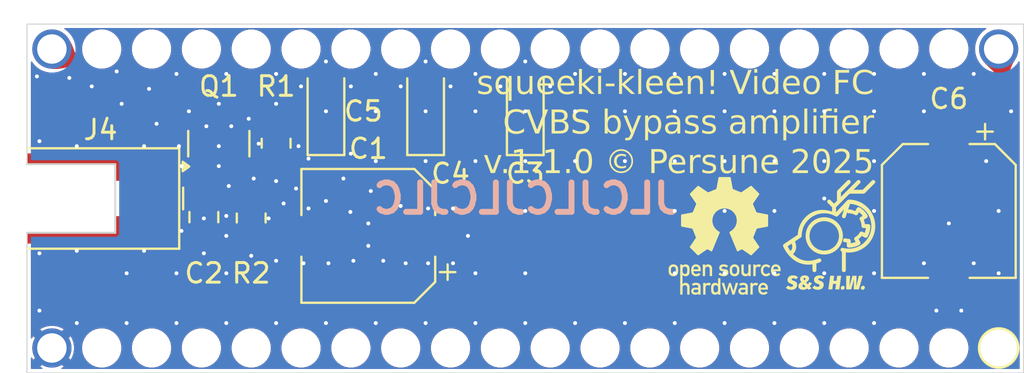
<source format=kicad_pcb>
(kicad_pcb (version 20241229) (generator "pcbnew") (generator_version "9.0")
  (title_block (title "squeeki-kleen! Video FC") (date "2025-02-23") (rev "1.1.0") (company "Persune") (comment 1 "Schematics based on https://www.nesdev.org/wiki/PPU_pinout#Composite_Video_Output") (comment 2 "Use twisted pair or shielded cable when connecting PCB output to RCA jack!") (comment 3 "Add additional decoupling capacitors of different values in C3 and C4 if needed."))
  (layers (0 "F.Cu" mixed) (2 "B.Cu" power) (13 "F.Paste" user) (15 "B.Paste" user) (5 "F.SilkS" user "F.Silkscreen") (7 "B.SilkS" user "B.Silkscreen") (1 "F.Mask" user) (3 "B.Mask" user) (25 "Edge.Cuts" user))
  (net 0 "")
  (net 1 "GND")
  (net 2 "VCC")
  (net 3 "Net-(Q1-E)")
  (net 4 "Net-(C1-Pad2)")
  (net 5 "/CVBS")
  (net 6 "/P21_VOUT")
  (footprint "Resistor_SMD:R_0805_2012Metric" (layer "F.Cu") (at 51.435 32.7425 90)
    (property "Reference" "R1" (at 2.8975 0 180) (layer "F.SilkS"))
    (property "Value" "300")
    (pad "1" smd roundrect (at -0.9125 0 90) (size 1.025 1.4) (layers "F.Cu" "F.Mask" "F.Paste") (roundrect_rratio 0.243902) (net 3 "Net-(Q1-E)"))
    (pad "2" smd roundrect (at 0.9125 0 90) (size 1.025 1.4) (layers "F.Cu" "F.Mask" "F.Paste") (roundrect_rratio 0.243902) (net 2 "VCC"))
  )
  (footprint "" (layer "F.Cu") (at 80.645 27.94)
    (property "Reference" "" (at 0 0 0) (layer "F.SilkS") (effects (font (size 1.27 1.27))))
    (property "Value" "")
    (pad "" np_thru_hole circle (at 0 0) (size 0.8 0.8) (drill 1.5) (layers "*.Cu" "*.Mask"))
  )
  (footprint "custom footprints:qr" (layer "F.Cu") (at 67.945 37.465)
    (property "Reference" "svg2mod" (hide yes))
    (property "Value" "G***" (hide yes))
    (fp_poly (pts (xy -1.900338 -0.836149) (xy -2.204392 -0.836149) (xy -2.204392 -0.988176) (xy -1.900338 -0.988176) (xy -1.900338 -0.836149)) (fill yes) (layer "F.Cu"))
    (fp_poly (pts (xy -1.748311 -0.076014) (xy -1.900338 -0.076014) (xy -1.900338 -0.380068) (xy -1.748311 -0.380068) (xy -1.748311 -0.076014)) (fill yes) (layer "F.Cu"))
    (fp_poly (pts (xy -1.596284 0.684122) (xy -1.748311 0.684122) (xy -1.748311 0.532095) (xy -1.596284 0.532095) (xy -1.596284 0.684122)) (fill yes) (layer "F.Cu"))
    (fp_poly (pts (xy -1.444257 -1.444257) (xy -1.900338 -1.444257) (xy -1.900338 -1.900338) (xy -1.444257 -1.900338) (xy -1.444257 -1.444257)) (fill yes) (layer "F.Cu"))
    (fp_poly (pts (xy -1.444257 -0.836149) (xy -1.748311 -0.836149) (xy -1.748311 -0.988176) (xy -1.444257 -0.988176) (xy -1.444257 -0.836149)) (fill yes) (layer "F.Cu"))
    (fp_poly (pts (xy -1.444257 -0.532095) (xy -1.748311 -0.532095) (xy -1.748311 -0.684122) (xy -1.444257 -0.684122) (xy -1.444257 -0.532095)) (fill yes) (layer "F.Cu"))
    (fp_poly (pts (xy -1.444257 1.900338) (xy -1.900338 1.900338) (xy -1.900338 1.444257) (xy -1.444257 1.444257) (xy -1.444257 1.900338)) (fill yes) (layer "F.Cu"))
    (fp_poly (pts (xy -1.29223 0.532095) (xy -1.444257 0.532095) (xy -1.444257 0.380068) (xy -1.29223 0.380068) (xy -1.29223 0.532095)) (fill yes) (layer "F.Cu"))
    (fp_poly (pts (xy -1.140203 -0.836149) (xy -1.29223 -0.836149) (xy -1.29223 -0.988176) (xy -1.140203 -0.988176) (xy -1.140203 -0.836149)) (fill yes) (layer "F.Cu"))
    (fp_poly (pts (xy -1.140203 0.380068) (xy -1.29223 0.380068) (xy -1.29223 0.228041) (xy -1.140203 0.228041) (xy -1.140203 0.380068)) (fill yes) (layer "F.Cu"))
    (fp_poly (pts (xy -1.140203 0.684122) (xy -1.29223 0.684122) (xy -1.29223 0.532095) (xy -1.140203 0.532095) (xy -1.140203 0.684122)) (fill yes) (layer "F.Cu"))
    (fp_poly (pts (xy -0.836149 -2.052365) (xy -0.988176 -2.052365) (xy -0.988176 -2.204392) (xy -0.836149 -2.204392) (xy -0.836149 -2.052365)) (fill yes) (layer "F.Cu"))
    (fp_poly (pts (xy -0.836149 -0.988176) (xy -0.988176 -0.988176) (xy -0.988176 -1.29223) (xy -0.836149 -1.29223) (xy -0.836149 -0.988176)) (fill yes) (layer "F.Cu"))
    (fp_poly (pts (xy -0.836149 2.204392) (xy -0.988176 2.204392) (xy -0.988176 1.900338) (xy -0.836149 1.900338) (xy -0.836149 2.204392)) (fill yes) (layer "F.Cu"))
    (fp_poly (pts (xy -0.684122 -1.748311) (xy -0.836149 -1.748311) (xy -0.836149 -1.900338) (xy -0.684122 -1.900338) (xy -0.684122 -1.748311)) (fill yes) (layer "F.Cu"))
    (fp_poly (pts (xy -0.684122 -1.29223) (xy -0.836149 -1.29223) (xy -0.836149 -1.596284) (xy -0.684122 -1.596284) (xy -0.684122 -1.29223)) (fill yes) (layer "F.Cu"))
    (fp_poly (pts (xy -0.684122 -0.836149) (xy -0.836149 -0.836149) (xy -0.836149 -0.988176) (xy -0.684122 -0.988176) (xy -0.684122 -0.836149)) (fill yes) (layer "F.Cu"))
    (fp_poly (pts (xy -0.684122 1.900338) (xy -0.836149 1.900338) (xy -0.836149 1.748311) (xy -0.684122 1.748311) (xy -0.684122 1.900338)) (fill yes) (layer "F.Cu"))
    (fp_poly (pts (xy -0.532095 -1.900338) (xy -0.684122 -1.900338) (xy -0.684122 -2.204392) (xy -0.532095 -2.204392) (xy -0.532095 -1.900338)) (fill yes) (layer "F.Cu"))
    (fp_poly (pts (xy -0.532095 -1.140203) (xy -0.684122 -1.140203) (xy -0.684122 -1.29223) (xy -0.532095 -1.29223) (xy -0.532095 -1.140203)) (fill yes) (layer "F.Cu"))
    (fp_poly (pts (xy -0.532095 1.140203) (xy -0.684122 1.140203) (xy -0.684122 0.988176) (xy -0.532095 0.988176) (xy -0.532095 1.140203)) (fill yes) (layer "F.Cu"))
    (fp_poly (pts (xy -0.532095 2.204392) (xy -0.684122 2.204392) (xy -0.684122 2.052365) (xy -0.532095 2.052365) (xy -0.532095 2.204392)) (fill yes) (layer "F.Cu"))
    (fp_poly (pts (xy -0.380068 -1.29223) (xy -0.532095 -1.29223) (xy -0.532095 -1.444257) (xy -0.380068 -1.444257) (xy -0.380068 -1.29223)) (fill yes) (layer "F.Cu"))
    (fp_poly (pts (xy -0.380068 2.052365) (xy -0.532095 2.052365) (xy -0.532095 1.900338) (xy -0.380068 1.900338) (xy -0.380068 2.052365)) (fill yes) (layer "F.Cu"))
    (fp_poly (pts (xy -0.228041 -2.052365) (xy -0.380068 -2.052365) (xy -0.380068 -2.204392) (xy -0.228041 -2.204392) (xy -0.228041 -2.052365)) (fill yes) (layer "F.Cu"))
    (fp_poly (pts (xy -0.228041 -1.140203) (xy -0.380068 -1.140203) (xy -0.380068 -1.29223) (xy -0.228041 -1.29223) (xy -0.228041 -1.140203)) (fill yes) (layer "F.Cu"))
    (fp_poly (pts (xy -0.228041 -0.836149) (xy -0.380068 -0.836149) (xy -0.380068 -0.988176) (xy -0.228041 -0.988176) (xy -0.228041 -0.836149)) (fill yes) (layer "F.Cu"))
    (fp_poly (pts (xy -0.076014 -0.988176) (xy -0.228041 -0.988176) (xy -0.228041 -1.140203) (xy -0.076014 -1.140203) (xy -0.076014 -0.988176)) (fill yes) (layer "F.Cu"))
    (fp_poly (pts (xy -0.076014 2.204392) (xy -0.380068 2.204392) (xy -0.380068 2.052365) (xy -0.076014 2.052365) (xy -0.076014 2.204392)) (fill yes) (layer "F.Cu"))
    (fp_poly (pts (xy 0.076014 -1.140203) (xy -0.076014 -1.140203) (xy -0.076014 -1.29223) (xy 0.076014 -1.29223) (xy 0.076014 -1.140203)) (fill yes) (layer "F.Cu"))
    (fp_poly (pts (xy 0.076014 -0.380068) (xy -0.076014 -0.380068) (xy -0.076014 -0.532095) (xy 0.076014 -0.532095) (xy 0.076014 -0.380068)) (fill yes) (layer "F.Cu"))
    (fp_poly (pts (xy 0.380068 1.596284) (xy 0.228041 1.596284) (xy 0.228041 1.444257) (xy 0.380068 1.444257) (xy 0.380068 1.596284)) (fill yes) (layer "F.Cu"))
    (fp_poly (pts (xy 0.380068 2.204392) (xy 0.076014 2.204392) (xy 0.076014 2.052365) (xy 0.380068 2.052365) (xy 0.380068 2.204392)) (fill yes) (layer "F.Cu"))
    (fp_poly (pts (xy 0.532095 0.532095) (xy 0.380068 0.532095) (xy 0.380068 0.380068) (xy 0.532095 0.380068) (xy 0.532095 0.532095)) (fill yes) (layer "F.Cu"))
    (fp_poly (pts (xy 0.684122 1.900338) (xy 0.532095 1.900338) (xy 0.532095 1.748311) (xy 0.684122 1.748311) (xy 0.684122 1.900338)) (fill yes) (layer "F.Cu"))
    (fp_poly (pts (xy 0.988176 -1.140203) (xy 0.836149 -1.140203) (xy 0.836149 -1.444257) (xy 0.988176 -1.444257) (xy 0.988176 -1.140203)) (fill yes) (layer "F.Cu"))
    (fp_poly (pts (xy 0.988176 2.204392) (xy 0.532095 2.204392) (xy 0.532095 2.052365) (xy 0.988176 2.052365) (xy 0.988176 2.204392)) (fill yes) (layer "F.Cu"))
    (fp_poly (pts (xy 1.140203 -0.684122) (xy 0.988176 -0.684122) (xy 0.988176 -0.836149) (xy 1.140203 -0.836149) (xy 1.140203 -0.684122)) (fill yes) (layer "F.Cu"))
    (fp_poly (pts (xy 1.29223 -0.836149) (xy 1.140203 -0.836149) (xy 1.140203 -0.988176) (xy 1.29223 -0.988176) (xy 1.29223 -0.836149)) (fill yes) (layer "F.Cu"))
    (fp_poly (pts (xy 1.29223 1.29223) (xy 1.140203 1.29223) (xy 1.140203 1.140203) (xy 1.29223 1.140203) (xy 1.29223 1.29223)) (fill yes) (layer "F.Cu"))
    (fp_poly (pts (xy 1.596284 2.204392) (xy 1.444257 2.204392) (xy 1.444257 2.052365) (xy 1.596284 2.052365) (xy 1.596284 2.204392)) (fill yes) (layer "F.Cu"))
    (fp_poly (pts (xy 1.748311 -0.380068) (xy 1.596284 -0.380068) (xy 1.596284 -0.532095) (xy 1.748311 -0.532095) (xy 1.748311 -0.380068)) (fill yes) (layer "F.Cu"))
    (fp_poly (pts (xy 1.748311 0.380068) (xy 1.596284 0.380068) (xy 1.596284 0.228041) (xy 1.748311 0.228041) (xy 1.748311 0.380068)) (fill yes) (layer "F.Cu"))
    (fp_poly (pts (xy 1.900338 -1.444257) (xy 1.444257 -1.444257) (xy 1.444257 -1.900338) (xy 1.900338 -1.900338) (xy 1.900338 -1.444257)) (fill yes) (layer "F.Cu"))
    (fp_poly (pts (xy 2.052365 0.532095) (xy 1.748311 0.532095) (xy 1.748311 0.380068) (xy 2.052365 0.380068) (xy 2.052365 0.532095)) (fill yes) (layer "F.Cu"))
    (fp_poly (pts (xy 2.204392 -0.836149) (xy 2.052365 -0.836149) (xy 2.052365 -0.988176) (xy 2.204392 -0.988176) (xy 2.204392 -0.836149)) (fill yes) (layer "F.Cu"))
    (fp_poly (pts (xy 2.204392 0.684122) (xy 2.052365 0.684122) (xy 2.052365 0.532095) (xy 2.204392 0.532095) (xy 2.204392 0.684122)) (fill yes) (layer "F.Cu"))
    (fp_poly (pts (xy -2.052365 -0.380068) (xy -2.204392 -0.380068) (xy -2.204392 -0.684122) (xy -1.900338 -0.684122) (xy -1.900338 -0.532095) (xy -2.052365 -0.532095) (xy -2.052365 -0.380068)) (fill yes) (layer "F.Cu"))
    (fp_poly (pts (xy 1.900338 -0.532095) (xy 1.748311 -0.532095) (xy 1.748311 -0.836149) (xy 2.052365 -0.836149) (xy 2.052365 -0.684122) (xy 1.900338 -0.684122) (xy 1.900338 -0.532095)) (fill yes) (layer "F.Cu"))
    (fp_poly (pts (xy -0.836149 1.140203) (xy -0.988176 1.140203) (xy -0.988176 0.988176) (xy -1.748311 0.988176) (xy -1.748311 0.836149) (xy -1.140203 0.836149) (xy -1.140203 0.684122) (xy -0.988176 0.684122) (xy -0.988176 0.836149) (xy -0.836149 0.836149) (xy -0.836149 1.140203)) (fill yes) (layer "F.Cu"))
    (fp_poly (pts (xy 0.228041 1.900338) (xy -0.380068 1.900338) (xy -0.380068 1.748311) (xy -0.684122 1.748311) (xy -0.684122 1.596284) (xy -0.380068 1.596284) (xy -0.380068 1.444257) (xy -0.228041 1.444257) (xy -0.228041 1.596284) (xy 0.228041 1.596284) (xy 0.228041 1.900338)) (fill yes) (layer "F.Cu"))
    (fp_poly (pts (xy 1.29223 2.204392) (xy 1.140203 2.204392) (xy 1.140203 1.900338) (xy 1.29223 1.900338) (xy 1.29223 1.748311) (xy 1.596284 1.748311) (xy 1.596284 1.900338) (xy 1.444257 1.900338) (xy 1.444257 2.052365) (xy 1.29223 2.052365) (xy 1.29223 2.204392)) (fill yes) (layer "F.Cu"))
    (fp_poly (pts (xy -1.140203 -1.140203) (xy -1.29223 -1.140203) (xy -1.29223 -1.29223) (xy -1.29223 -2.052365) (xy -2.052365 -2.052365) (xy -2.052365 -1.29223) (xy -1.29223 -1.29223) (xy -1.29223 -1.140203) (xy -2.204392 -1.140203) (xy -2.204392 -2.204392) (xy -1.140203 -2.204392) (xy -1.140203 -1.140203)) (fill yes) (layer "F.Cu"))
    (fp_poly (pts (xy -1.140203 2.204392) (xy -1.29223 2.204392) (xy -1.29223 2.052365) (xy -1.29223 1.29223) (xy -2.052365 1.29223) (xy -2.052365 2.052365) (xy -1.29223 2.052365) (xy -1.29223 2.204392) (xy -2.204392 2.204392) (xy -2.204392 1.140203) (xy -1.140203 1.140203) (xy -1.140203 2.204392)) (fill yes) (layer "F.Cu"))
    (fp_poly (pts (xy 2.204392 -1.140203) (xy 2.052365 -1.140203) (xy 2.052365 -1.29223) (xy 2.052365 -2.052365) (xy 1.29223 -2.052365) (xy 1.29223 -1.29223) (xy 2.052365 -1.29223) (xy 2.052365 -1.140203) (xy 1.140203 -1.140203) (xy 1.140203 -2.204392) (xy 2.204392 -2.204392) (xy 2.204392 -1.140203)) (fill yes) (layer "F.Cu"))
    (fp_poly (pts (xy -0.836149 1.748311) (xy -0.988176 1.748311) (xy -0.988176 1.444257) (xy -0.836149 1.444257) (xy -0.836149 1.29223) (xy -0.532095 1.29223) (xy -0.532095 1.140203) (xy -0.380068 1.140203) (xy -0.380068 1.444257) (xy -0.684122 1.444257) (xy -0.684122 1.596284) (xy -0.836149 1.596284) (xy -0.836149 1.748311)) (fill yes) (layer "F.Cu"))
    (fp_poly (pts (xy -1.900338 0.988176) (xy -2.204392 0.988176) (xy -2.204392 0.380068) (xy -1.900338 0.380068) (xy -1.900338 0.228041) (xy -2.052365 0.228041) (xy -2.052365 -0.076014) (xy -1.900338 -0.076014) (xy -1.900338 0.076013) (xy -1.748311 0.076013) (xy -1.748311 0.228041) (xy -1.444257 0.228041) (xy -1.444257 0.380068) (xy -1.748311 0.380068) (xy -1.748311 0.532095) (xy -1.900338 0.532095) (xy -1.900338 0.988176)) (fill yes) (layer "F.Cu"))
    (fp_poly (pts (xy 2.204392 2.052365) (xy 2.052365 2.052365) (xy 2.052365 1.900338) (xy 1.900338 1.900338) (xy 1.900338 2.052365) (xy 1.596284 2.052365) (xy 1.596284 1.900338) (xy 1.748311 1.900338) (xy 1.748311 1.748311) (xy 1.900338 1.748311) (xy 1.900338 1.596284) (xy 2.052365 1.596284) (xy 2.052365 1.444257) (xy 1.900338 1.444257) (xy 1.900338 1.29223) (xy 2.204392 1.29223) (xy 2.204392 2.052365)) (fill yes) (layer "F.Cu"))
    (fp_poly (pts (xy -0.380068 -0.076014) (xy -0.532095 -0.076014) (xy -0.532095 -0.228041) (xy -0.836149 -0.228041) (xy -0.836149 -0.380068) (xy -0.532095 -0.380068) (xy -0.532095 -0.684122) (xy -0.684122 -0.684122) (xy -0.684122 -0.836149) (xy -0.380068 -0.836149) (xy -0.380068 -0.684122) (xy -0.228041 -0.684122) (xy -0.228041 -0.532095) (xy -0.380068 -0.532095) (xy -0.380068 -0.380068) (xy -0.228041 -0.380068) (xy -0.228041 -0.228041) (xy -0.380068 -0.228041) (xy -0.380068 -0.076014)) (fill yes) (layer "F.Cu"))
    (fp_poly (pts (xy 0.076014 -1.444257) (xy -0.228041 -1.444257) (xy -0.228041 -1.596284) (xy -0.532095 -1.596284) (xy -0.532095 -1.900338) (xy -0.380068 -1.900338) (xy -0.380068 -1.748311) (xy -0.228041 -1.748311) (xy -0.228041 -1.900338) (xy -0.076014 -1.900338) (xy -0.076014 -2.204392) (xy 0.076014 -2.204392) (xy 0.076014 -1.900338) (xy 0.228041 -1.900338) (xy 0.228041 -1.748311) (xy -0.076014 -1.748311) (xy -0.076014 -1.596284) (xy 0.076014 -1.596284) (xy 0.076014 -1.444257)) (fill yes) (layer "F.Cu"))
    (fp_poly (pts (xy 0.684122 -1.140203) (xy 0.532095 -1.140203) (xy 0.532095 -1.29223) (xy 0.380068 -1.29223) (xy 0.380068 -1.444257) (xy 0.228041 -1.444257) (xy 0.228041 -1.748311) (xy 0.532095 -1.748311) (xy 0.532095 -1.596284) (xy 0.684122 -1.596284) (xy 0.684122 -1.748311) (xy 0.532095 -1.748311) (xy 0.532095 -1.900338) (xy 0.228041 -1.900338) (xy 0.228041 -2.052365) (xy 0.380068 -2.052365) (xy 0.380068 -2.204392) (xy 0.684122 -2.204392) (xy 0.684122 -2.052365) (xy 0.836149 -2.052365) (xy 0.836149 -1.900338) (xy 0.988176 -1.900338) (xy 0.988176 -1.596284) (xy 0.836149 -1.596284) (xy 0.836149 -1.444257) (xy 0.684122 -1.444257) (xy 0.684122 -1.140203)) (fill yes) (layer "F.Cu"))
    (fp_poly (pts (xy 0.684122 0.988176) (xy 0.380068 0.988176) (xy 0.380068 0.836149) (xy 0.532095 0.836149) (xy 0.532095 0.532095) (xy 0.684122 0.532095) (xy 0.684122 0.380068) (xy 0.532095 0.380068) (xy 0.532095 0.076013) (xy 0.684122 0.076013) (xy 0.684122 -0.076014) (xy 0.228041 -0.076014) (xy 0.228041 0.076013) (xy 0.076014 0.076013) (xy 0.076014 -0.076014) (xy -0.076014 -0.076014) (xy -0.076014 -0.228041) (xy 0.076014 -0.228041) (xy 0.076014 -0.380068) (xy 0.228041 -0.380068) (xy 0.228041 -0.228041) (xy 0.684122 -0.228041) (xy 0.684122 -0.380068) (xy 0.380068 -0.380068) (xy 0.380068 -0.532095) (xy 0.380068 -0.684122) (xy 0.380068 -0.836149) (xy 0.228041 -0.836149) (xy 0.228041 -0.684122) (xy 0.380068 -0.684122) (xy 0.380068 -0.532095) (xy 0.076014 -0.532095) (xy 0.076014 -0.684122) (xy -0.228041 -0.684122) (xy -0.228041 -0.836149) (xy 0.076014 -0.836149) (xy 0.076014 -0.988176) (xy 0.228041 -0.988176) (xy 0.228041 -1.29223) (xy 0.380068 -1.29223) (xy 0.380068 -0.988176) (xy 0.532095 -0.988176) (xy 0.532095 -0.836149) (xy 0.684122 -0.836149) (xy 0.684122 -1.140203) (xy 0.836149 -1.140203) (xy 0.836149 -0.988176) (xy 0.988176 -0.988176) (xy 0.988176 -0.836149) (xy 0.836149 -0.836149) (xy 0.836149 -0.684122) (xy 0.532095 -0.684122) (xy 0.532095 -0.532095) (xy 1.29223 -0.532095) (xy 1.29223 -0.836149) (xy 1.596284 -0.836149) (xy 1.596284 -0.532095) (xy 1.444257 -0.532095) (xy 1.444257 -0.228041) (xy 2.052365 -0.228041) (xy 2.052365 -0.532095) (xy 2.204392 -0.532095) (xy 2.204392 0.228041) (xy 2.052365 0.228041) (xy 2.052365 -0.076014) (xy 1.900338 -0.076014) (xy 1.900338 0.228041) (xy 1.748311 0.228041) (xy 1.748311 -0.076014) (xy 1.596284 -0.076014) (xy 1.596284 0.228041) (xy 1.29223 0.228041) (xy 1.29223 0.076013) (xy 1.444257 0.076013) (xy 1.444257 -0.076014) (xy 1.29223 -0.076014) (xy 1.29223 0.076013) (xy 1.140203 0.076013) (xy 1.140203 -0.076014) (xy 1.140203 -0.380068) (xy 0.988176 -0.380068) (xy 0.988176 -0.228041) (xy 0.836149 -0.228041) (xy 0.836149 -0.076014) (xy 1.140203 -0.076014) (xy 1.140203 0.076013) (xy 0.836149 0.076013) (xy 0.836149 0.228041) (xy 1.140203 0.228041) (xy 1.140203 0.380068) (xy 0.836149 0.380068) (xy 0.836149 0.836149) (xy 0.684122 0.836149) (xy 0.684122 0.988176)) (fill yes) (layer "F.Cu"))
    (fp_poly (pts (xy 1.140203 1.900338) (xy 0.836149 1.900338) (xy 0.836149 1.748311) (xy 0.988176 1.748311) (xy 0.988176 1.596284) (xy 0.532095 1.596284) (xy 0.532095 1.444257) (xy 0.380068 1.444257) (xy 0.380068 1.29223) (xy 0.228041 1.29223) (xy 0.228041 1.444257) (xy -0.076014 1.444257) (xy -0.076014 1.29223) (xy 0.076014 1.29223) (xy 0.076014 1.140203) (xy -0.076014 1.140203) (xy -0.076014 0.836149) (xy -0.228041 0.836149) (xy -0.228041 0.684122) (xy -0.380068 0.684122) (xy -0.380068 0.836149) (xy -0.836149 0.836149) (xy -0.836149 0.684122) (xy -0.988176 0.684122) (xy -0.988176 0.532095) (xy -0.836149 0.532095) (xy -0.836149 0.380068) (xy -0.988176 0.380068) (xy -0.988176 0.228041) (xy -1.140203 0.228041) (xy -1.140203 0.076013) (xy -1.29223 0.076013) (xy -1.29223 0.228041) (xy -1.444257 0.228041) (xy -1.444257 0.076013) (xy -1.596284 0.076013) (xy -1.596284 -0.228041) (xy -1.444257 -0.228041) (xy -1.444257 -0.076014) (xy -1.140203 -0.076014) (xy -1.140203 -0.228041) (xy -1.29223 -0.228041) (xy -1.29223 -0.380068) (xy -1.140203 -0.380068) (xy -1.140203 -0.532095) (xy -1.29223 -0.532095) (xy -1.29223 -0.684122) (xy -0.836149 -0.684122) (xy -0.836149 -0.380068) (xy -0.988176 -0.380068) (xy -0.988176 -0.076014) (xy -0.836149 -0.076014) (xy -0.836149 0.076013) (xy -0.684122 0.076013) (xy -0.684122 -0.076014) (xy -0.532095 -0.076014) (xy -0.532095 0.380068) (xy -0.684122 0.380068) (xy -0.684122 0.684122) (xy -0.532095 0.684122) (xy -0.532095 0.532095) (xy -0.228041 0.532095) (xy -0.228041 0.380068) (xy -0.380068 0.380068) (xy -0.380068 0.076013) (xy -0.228041 0.076013) (xy -0.228041 0.228041) (xy -0.076014 0.228041) (xy -0.076014 0.684122) (xy 0.076014 0.684122) (xy 0.076014 0.228041) (xy 0.228041 0.228041) (xy 0.228041 0.076013) (xy 0.380068 0.076013) (xy 0.380068 0.380068) (xy 0.228041 0.380068) (xy 0.228041 1.140203) (xy 0.532095 1.140203) (xy 0.532095 1.29223) (xy 0.684122 1.29223) (xy 0.684122 1.140203) (xy 0.836149 1.140203) (xy 0.836149 0.836149) (xy 1.140203 0.836149) (xy 1.140203 0.684122) (xy 1.29223 0.684122) (xy 1.29223 0.836149) (xy 1.596284 0.836149) (xy 1.596284 0.684122) (xy 1.444257 0.684122) (xy 1.444257 0.380068) (xy 1.596284 0.380068) (xy 1.596284 0.532095) (xy 1.748311 0.532095) (xy 1.748311 0.684122) (xy 1.900338 0.684122) (xy 1.900338 0.836149) (xy 2.052365 0.836149) (xy 2.052365 0.988176) (xy 1.748311 0.988176) (xy 1.748311 1.29223) (xy 1.596284 1.29223) (xy 1.596284 1.444257) (xy 1.748311 1.444257) (xy 1.748311 1.596284) (xy 1.444257 1.596284) (xy 1.444257 1.444257) (xy 1.444257 0.988176) (xy 0.988176 0.988176) (xy 0.988176 1.444257) (xy 1.444257 1.444257) (xy 1.444257 1.596284) (xy 1.140203 1.596284) (xy 1.140203 1.900338)) (fill yes) (layer "F.Cu"))
    (zone (net 0) (net_name "") (layer "F.Cu") (connect_pads (clearance 0)) (min_thickness 0.254)
      (keepout (tracks not_allowed) (vias not_allowed) (pads not_allowed) (copperpour not_allowed) (footprints not_allowed))
      (fill (thermal_gap 0.508) (thermal_bridge_width 0.508))
      (polygon (pts (xy 65.1325 34.6525) (xy 65.1325 40.2775) (xy 70.7575 40.2775) (xy 70.7575 34.6525)))
    )
  )
  (footprint "" (layer "F.Cu") (at 57.785 27.94)
    (property "Reference" "" (at 0 0 0) (layer "F.SilkS") (effects (font (size 1.27 1.27))))
    (property "Value" "")
    (pad "" np_thru_hole circle (at 0 0) (size 0.8 0.8) (drill 1.5) (layers "*.Cu" "*.Mask"))
  )
  (footprint "Capacitor_SMD:CP_Elec_6.3x5.4" (layer "F.Cu") (at 56.134 37.465 180)
    (property "Reference" "C1" (at 0 4.445 0) (layer "F.SilkS"))
    (property "Value" "220uF")
    (pad "1" smd roundrect (at -2.8 0 180) (size 3.5 1.6) (layers "F.Cu" "F.Mask" "F.Paste") (roundrect_rratio 0.15625) (net 3 "Net-(Q1-E)"))
    (pad "2" smd roundrect (at 2.8 0 180) (size 3.5 1.6) (layers "F.Cu" "F.Mask" "F.Paste") (roundrect_rratio 0.15625) (net 4 "Net-(C1-Pad2)"))
  )
  (footprint "" (layer "F.Cu") (at 55.245 27.94)
    (property "Reference" "" (at 0 0 0) (layer "F.SilkS") (effects (font (size 1.27 1.27))))
    (property "Value" "")
    (pad "" np_thru_hole circle (at 0 0) (size 0.8 0.8) (drill 1.5) (layers "*.Cu" "*.Mask"))
  )
  (footprint "custom footprints:THT_Hole" (layer "F.Cu") (at 40.005 43.18)
    (property "Reference" "J3" (hide yes))
    (property "Value" "GND" (hide yes))
    (pad "1" thru_hole circle (at 0 0) (size 2 2) (drill 1.5) (layers "*.Cu" "*.Mask") (net 1 "GND"))
  )
  (footprint "" (layer "F.Cu") (at 70.485 43.18)
    (property "Reference" "" (at 0 0 0) (layer "F.SilkS") (effects (font (size 1.27 1.27))))
    (property "Value" "")
    (pad "" np_thru_hole circle (at 0 0) (size 0.8 0.8) (drill 1.5) (layers "*.Cu" "*.Mask"))
  )
  (footprint "" (layer "F.Cu") (at 80.645 43.18)
    (property "Reference" "" (at 0 0 0) (layer "F.SilkS") (effects (font (size 1.27 1.27))))
    (property "Value" "")
    (pad "" np_thru_hole circle (at 0 0) (size 0.8 0.8) (drill 1.5) (layers "*.Cu" "*.Mask"))
  )
  (footprint "" (layer "F.Cu") (at 73.025 43.18)
    (property "Reference" "" (at 0 0 0) (layer "F.SilkS") (effects (font (size 1.27 1.27))))
    (property "Value" "")
    (pad "" np_thru_hole circle (at 0 0) (size 0.8 0.8) (drill 1.5) (layers "*.Cu" "*.Mask"))
  )
  (footprint "" (layer "F.Cu") (at 52.705 43.18)
    (property "Reference" "" (at 0 0 0) (layer "F.SilkS") (effects (font (size 1.27 1.27))))
    (property "Value" "")
    (pad "" np_thru_hole circle (at 0 0) (size 0.8 0.8) (drill 1.5) (layers "*.Cu" "*.Mask"))
  )
  (footprint "" (layer "F.Cu") (at 65.405 27.94)
    (property "Reference" "" (at 0 0 0) (layer "F.SilkS") (effects (font (size 1.27 1.27))))
    (property "Value" "")
    (pad "" np_thru_hole circle (at 0 0) (size 0.8 0.8) (drill 1.5) (layers "*.Cu" "*.Mask"))
  )
  (footprint "Connector_Coaxial:MMCX_Molex_73415-0961_Horizontal_0.8mm-PCB" (layer "F.Cu") (at 42.485 35.56)
    (property "Reference" "J4" (at 0 -3.5 0) (layer "F.SilkS"))
    (property "Value" "Conn_Coaxial")
    (fp_line (start -3.75 1.75) (end 0.75 1.75) (stroke (width 0.1)) (layer "Edge.Cuts"))
    (fp_line (start 0.75 -1.75) (end -3.75 -1.75) (stroke (width 0.1)) (layer "Edge.Cuts"))
    (fp_line (start 0.75 1.75) (end 0.75 -1.75) (stroke (width 0.1)) (layer "Edge.Cuts"))
    (pad "1" smd rect (at 2.75 0) (size 2 1.1) (layers "F.Cu" "F.Mask" "F.Paste") (net 5 "/CVBS"))
    (pad "2" smd custom (at 2.25 -1.6) (size 3 1.4) (layers "F.Cu" "F.Mask" "F.Paste") (net 1 "GND") (options (clearance outline) (anchor rect)) (primitives (gr_poly (pts (xy -1.5 -0.15) (xy -6 -0.15) (xy -6 -0.7) (xy -1.5 -0.7)) (width 0) (fill yes))))
    (pad "2" smd custom (at 2.25 1.6) (size 3 1.4) (layers "F.Cu" "F.Mask" "F.Paste") (net 1 "GND") (options (clearance outline) (anchor rect)) (primitives (gr_poly (pts (xy -1.5 0.7) (xy -6 0.7) (xy -6 0.15) (xy -1.5 0.15)) (width 0) (fill yes))))
  )
  (footprint "" (layer "F.Cu") (at 70.485 27.94)
    (property "Reference" "" (at 0 0 0) (layer "F.SilkS") (effects (font (size 1.27 1.27))))
    (property "Value" "")
    (pad "" np_thru_hole circle (at 0 0) (size 0.8 0.8) (drill 1.5) (layers "*.Cu" "*.Mask"))
  )
  (footprint "" (layer "F.Cu") (at 47.625 27.94)
    (property "Reference" "" (at 0 0 0) (layer "F.SilkS") (effects (font (size 1.27 1.27))))
    (property "Value" "")
    (pad "" np_thru_hole circle (at 0 0) (size 0.8 0.8) (drill 1.5) (layers "*.Cu" "*.Mask"))
  )
  (footprint "custom footprints:maustech icon fiducial 0-50mm 1-50mm" (layer "F.Cu") (at 79.375 37.465)
    (property "Reference" "svg2mod" (hide yes))
    (property "Value" "G***" (hide yes))
  )
  (footprint "" (layer "F.Cu") (at 57.785 43.18)
    (property "Reference" "" (at 0 0 0) (layer "F.SilkS") (effects (font (size 1.27 1.27))))
    (property "Value" "")
    (pad "" np_thru_hole circle (at 0 0) (size 0.8 0.8) (drill 1.5) (layers "*.Cu" "*.Mask"))
  )
  (footprint "" (layer "F.Cu") (at 73.025 27.94)
    (property "Reference" "" (at 0 0 0) (layer "F.SilkS") (effects (font (size 1.27 1.27))))
    (property "Value" "")
    (pad "" np_thru_hole circle (at 0 0) (size 0.8 0.8) (drill 1.5) (layers "*.Cu" "*.Mask"))
  )
  (footprint "" (layer "F.Cu") (at 60.325 43.18)
    (property "Reference" "" (at 0 0 0) (layer "F.SilkS") (effects (font (size 1.27 1.27))))
    (property "Value" "")
    (pad "" np_thru_hole circle (at 0 0) (size 0.8 0.8) (drill 1.5) (layers "*.Cu" "*.Mask"))
  )
  (footprint "Capacitor_Tantalum_SMD:CP_EIA-3216-18_Kemet-A" (layer "F.Cu") (at 64.135 31.035 90)
    (property "Reference" "C3" (at -3.255 0 180) (layer "F.SilkS"))
    (property "Value" "~")
    (pad "1" smd roundrect (at -1.35 0 90) (size 1.4 1.35) (layers "F.Cu" "F.Mask" "F.Paste") (roundrect_rratio 0.185185) (net 2 "VCC"))
    (pad "2" smd roundrect (at 1.35 0 90) (size 1.4 1.35) (layers "F.Cu" "F.Mask" "F.Paste") (roundrect_rratio 0.185185) (net 1 "GND"))
  )
  (footprint "" (layer "F.Cu") (at 67.945 43.18)
    (property "Reference" "" (at 0 0 0) (layer "F.SilkS") (effects (font (size 1.27 1.27))))
    (property "Value" "")
    (pad "" np_thru_hole circle (at 0 0) (size 0.8 0.8) (drill 1.5) (layers "*.Cu" "*.Mask"))
  )
  (footprint "" (layer "F.Cu") (at 55.245 43.18)
    (property "Reference" "" (at 0 0 0) (layer "F.SilkS") (effects (font (size 1.27 1.27))))
    (property "Value" "")
    (pad "" np_thru_hole circle (at 0 0) (size 0.8 0.8) (drill 1.5) (layers "*.Cu" "*.Mask"))
  )
  (footprint "" (layer "F.Cu") (at 42.545 27.94)
    (property "Reference" "" (at 0 0 0) (layer "F.SilkS") (effects (font (size 1.27 1.27))))
    (property "Value" "" (at 0 0 0) (layer "F.SilkS") (effects (font (size 1.27 1.27))))
    (pad "" np_thru_hole circle (at 0 0) (size 0.8 0.8) (drill 1.5) (layers "*.Cu" "*.Mask"))
  )
  (footprint "" (layer "F.Cu") (at 85.725 27.94)
    (property "Reference" "" (at 0 0 0) (layer "F.SilkS") (effects (font (size 1.27 1.27))))
    (property "Value" "")
    (pad "" np_thru_hole circle (at 0 0) (size 0.8 0.8) (drill 1.5) (layers "*.Cu" "*.Mask"))
  )
  (footprint "" (layer "F.Cu") (at 45.085 27.94)
    (property "Reference" "" (at 0 0 0) (layer "F.SilkS") (effects (font (size 1.27 1.27))))
    (property "Value" "")
    (pad "" np_thru_hole circle (at 0 0) (size 0.8 0.8) (drill 1.5) (layers "*.Cu" "*.Mask"))
  )
  (footprint "custom footprints:THT_Hole" (layer "F.Cu") (at 88.265 27.94)
    (property "Reference" "J1" (hide yes))
    (property "Value" "VCC" (hide yes))
    (pad "1" thru_hole circle (at 0 0) (size 2 2) (drill 1.5) (layers "*.Cu" "*.Mask") (net 2 "VCC"))
  )
  (footprint "Capacitor_SMD:CP_Elec_6.3x4.5" (layer "F.Cu") (at 85.725 36.195 -90)
    (property "Reference" "C6" (at -5.715 0 180) (layer "F.SilkS"))
    (property "Value" "100uF")
    (pad "1" smd roundrect (at -2.7 0 270) (size 3.5 1.6) (layers "F.Cu" "F.Mask" "F.Paste") (roundrect_rratio 0.15625) (net 2 "VCC"))
    (pad "2" smd roundrect (at 2.7 0 270) (size 3.5 1.6) (layers "F.Cu" "F.Mask" "F.Paste") (roundrect_rratio 0.15625) (net 1 "GND"))
  )
  (footprint "" (layer "F.Cu") (at 75.565 43.18)
    (property "Reference" "" (at 0 0 0) (layer "F.SilkS") (effects (font (size 1.27 1.27))))
    (property "Value" "")
    (pad "" np_thru_hole circle (at 0 0) (size 0.8 0.8) (drill 1.5) (layers "*.Cu" "*.Mask"))
  )
  (footprint "" (layer "F.Cu") (at 62.865 43.18)
    (property "Reference" "" (at 0 0 0) (layer "F.SilkS") (effects (font (size 1.27 1.27))))
    (property "Value" "")
    (pad "" np_thru_hole circle (at 0 0) (size 0.8 0.8) (drill 1.5) (layers "*.Cu" "*.Mask"))
  )
  (footprint "" (layer "F.Cu") (at 65.405 43.18)
    (property "Reference" "" (at 0 0 0) (layer "F.SilkS") (effects (font (size 1.27 1.27))))
    (property "Value" "")
    (pad "" np_thru_hole circle (at 0 0) (size 0.8 0.8) (drill 1.5) (layers "*.Cu" "*.Mask"))
  )
  (footprint "Fiducial:Fiducial_0.5mm_Mask1.5mm" (layer "F.Cu") (at 79.375 37.465)
    (property "Reference" "REF**" (hide yes))
    (property "Value" "Fiducial_0.5mm_Mask1.5mm" (hide yes))
    (pad "" smd circle (at 0 0) (size 0.5 0.5) (layers "F.Cu" "F.Mask") (clearance 0.5))
  )
  (footprint "Capacitor_Tantalum_SMD:CP_EIA-3216-18_Kemet-A" (layer "F.Cu") (at 53.975 31.035 90)
    (property "Reference" "C5" (at -0.08 1.905 180) (layer "F.SilkS"))
    (property "Value" "10uF")
    (pad "1" smd roundrect (at -1.35 0 90) (size 1.4 1.35) (layers "F.Cu" "F.Mask" "F.Paste") (roundrect_rratio 0.185185) (net 2 "VCC"))
    (pad "2" smd roundrect (at 1.35 0 90) (size 1.4 1.35) (layers "F.Cu" "F.Mask" "F.Paste") (roundrect_rratio 0.185185) (net 1 "GND"))
  )
  (footprint "" (layer "F.Cu") (at 78.105 27.94)
    (property "Reference" "" (at 0 0 0) (layer "F.SilkS") (effects (font (size 1.27 1.27))))
    (property "Value" "")
    (pad "" np_thru_hole circle (at 0 0) (size 0.8 0.8) (drill 1.5) (layers "*.Cu" "*.Mask"))
  )
  (footprint "" (layer "F.Cu") (at 75.565 27.94)
    (property "Reference" "" (at 0 0 0) (layer "F.SilkS") (effects (font (size 1.27 1.27))))
    (property "Value" "")
    (pad "" np_thru_hole circle (at 0 0) (size 0.8 0.8) (drill 1.5) (layers "*.Cu" "*.Mask"))
  )
  (footprint "" (layer "F.Cu") (at 45.085 43.18)
    (property "Reference" "" (at 0 0 0) (layer "F.SilkS") (effects (font (size 1.27 1.27))))
    (property "Value" "")
    (pad "" np_thru_hole circle (at 0 0) (size 0.8 0.8) (drill 1.5) (layers "*.Cu" "*.Mask"))
  )
  (footprint "" (layer "F.Cu") (at 47.625 43.18)
    (property "Reference" "" (at 0 0 0) (layer "F.SilkS") (effects (font (size 1.27 1.27))))
    (property "Value" "")
    (pad "" np_thru_hole circle (at 0 0) (size 0.8 0.8) (drill 1.5) (layers "*.Cu" "*.Mask"))
  )
  (footprint "" (layer "F.Cu") (at 52.705 27.94)
    (property "Reference" "" (at 0 0 0) (layer "F.SilkS") (effects (font (size 1.27 1.27))))
    (property "Value" "")
    (pad "" np_thru_hole circle (at 0 0) (size 0.8 0.8) (drill 1.5) (layers "*.Cu" "*.Mask"))
  )
  (footprint "" (layer "F.Cu") (at 85.725 43.18)
    (property "Reference" "" (at 0 0 0) (layer "F.SilkS") (effects (font (size 1.27 1.27))))
    (property "Value" "")
    (pad "" np_thru_hole circle (at 0 0) (size 0.8 0.8) (drill 1.5) (layers "*.Cu" "*.Mask"))
  )
  (footprint "" (layer "F.Cu") (at 50.165 43.18)
    (property "Reference" "" (at 0 0 0) (layer "F.SilkS") (effects (font (size 1.27 1.27))))
    (property "Value" "")
    (pad "" np_thru_hole circle (at 0 0) (size 0.8 0.8) (drill 1.5) (layers "*.Cu" "*.Mask"))
  )
  (footprint "custom footprints:THT_Hole" (layer "F.Cu") (at 40.005 27.94)
    (property "Reference" "J2" (hide yes))
    (property "Value" "VOUT" (hide yes))
    (pad "1" thru_hole circle (at 0 0) (size 2 2) (drill 1.5) (layers "*.Cu" "*.Mask") (net 6 "/P21_VOUT"))
  )
  (footprint "" (layer "F.Cu") (at 88.265 43.18)
    (property "Reference" "" (at 0 0 0) (layer "F.SilkS") (effects (font (size 1.27 1.27))))
    (property "Value" "" (at 0 0 0) (layer "F.SilkS") (effects (font (size 1.27 1.27))))
    (pad "" np_thru_hole circle (at 0 0) (size 0.8 0.8) (drill 1.5) (layers "*.Cu" "*.Mask"))
  )
  (footprint "" (layer "F.Cu") (at 83.185 27.94)
    (property "Reference" "" (at 0 0 0) (layer "F.SilkS") (effects (font (size 1.27 1.27))))
    (property "Value" "")
    (pad "" np_thru_hole circle (at 0 0) (size 0.8 0.8) (drill 1.5) (layers "*.Cu" "*.Mask"))
  )
  (footprint "" (layer "F.Cu") (at 42.545 43.18)
    (property "Reference" "" (at 0 0 0) (layer "F.SilkS") (effects (font (size 1.27 1.27))))
    (property "Value" "")
    (pad "" np_thru_hole circle (at 0 0) (size 0.8 0.8) (drill 1.5) (layers "*.Cu" "*.Mask"))
  )
  (footprint "Fiducial:Fiducial_0.5mm_Mask1.5mm" (layer "F.Cu") (at 40.005 40.005)
    (property "Reference" "REF**" (hide yes))
    (property "Value" "Fiducial_0.5mm_Mask1.5mm" (hide yes))
    (pad "" smd circle (at 0 0) (size 0.5 0.5) (layers "F.Cu" "F.Mask") (clearance 0.5))
  )
  (footprint "custom footprints:oshw-logo 6x6mm" (layer "F.Cu") (at 74.295 37.465)
    (property "Reference" "svg2mod" (hide yes))
    (property "Value" "G***" (hide yes))
  )
  (footprint "" (layer "F.Cu") (at 83.185 43.18)
    (property "Reference" "" (at 0 0 0) (layer "F.SilkS") (effects (font (size 1.27 1.27))))
    (property "Value" "")
    (pad "" np_thru_hole circle (at 0 0) (size 0.8 0.8) (drill 1.5) (layers "*.Cu" "*.Mask"))
  )
  (footprint "" (layer "F.Cu") (at 67.945 27.94)
    (property "Reference" "" (at 0 0 0) (layer "F.SilkS") (effects (font (size 1.27 1.27))))
    (property "Value" "")
    (pad "" np_thru_hole circle (at 0 0) (size 0.8 0.8) (drill 1.5) (layers "*.Cu" "*.Mask"))
  )
  (footprint "Capacitor_Tantalum_SMD:CP_EIA-3216-18_Kemet-A" (layer "F.Cu") (at 59.055 31.035 90)
    (property "Reference" "C4" (at -3.255 1.27 180) (layer "F.SilkS"))
    (property "Value" "~")
    (pad "1" smd roundrect (at -1.35 0 90) (size 1.4 1.35) (layers "F.Cu" "F.Mask" "F.Paste") (roundrect_rratio 0.185185) (net 2 "VCC"))
    (pad "2" smd roundrect (at 1.35 0 90) (size 1.4 1.35) (layers "F.Cu" "F.Mask" "F.Paste") (roundrect_rratio 0.185185) (net 1 "GND"))
  )
  (footprint "Package_TO_SOT_SMD:SOT-23" (layer "F.Cu") (at 48.514 32.766 90)
    (property "Reference" "Q1" (at 2.921 0 180) (layer "F.SilkS"))
    (property "Value" "MMBT3906")
    (pad "1" smd roundrect (at -0.9375 -0.95 90) (size 1.475 0.6) (layers "F.Cu" "F.Mask" "F.Paste") (net 6 "/P21_VOUT"))
    (pad "2" smd roundrect (at -0.9375 0.95 90) (size 1.475 0.6) (layers "F.Cu" "F.Mask" "F.Paste") (net 3 "Net-(Q1-E)"))
    (pad "3" smd roundrect (at 0.9375 0 90) (size 1.475 0.6) (layers "F.Cu" "F.Mask" "F.Paste") (net 1 "GND"))
  )
  (footprint "" (layer "F.Cu") (at 78.105 43.18)
    (property "Reference" "" (at 0 0 0) (layer "F.SilkS") (effects (font (size 1.27 1.27))))
    (property "Value" "")
    (pad "" np_thru_hole circle (at 0 0) (size 0.8 0.8) (drill 1.5) (layers "*.Cu" "*.Mask"))
  )
  (footprint "" (layer "F.Cu") (at 62.865 27.94)
    (property "Reference" "" (at 0 0 0) (layer "F.SilkS") (effects (font (size 1.27 1.27))))
    (property "Value" "")
    (pad "" np_thru_hole circle (at 0 0) (size 0.8 0.8) (drill 1.5) (layers "*.Cu" "*.Mask"))
  )
  (footprint "Capacitor_SMD:C_0805_2012Metric" (layer "F.Cu") (at 47.752 36.51 -90)
    (property "Reference" "C2" (at 2.86 0 180) (layer "F.SilkS"))
    (property "Value" "560pF")
    (pad "1" smd roundrect (at -0.95 0 270) (size 1 1.45) (layers "F.Cu" "F.Mask" "F.Paste") (net 5 "/CVBS"))
    (pad "2" smd roundrect (at 0.95 0 270) (size 1 1.45) (layers "F.Cu" "F.Mask" "F.Paste") (net 1 "GND"))
  )
  (footprint "Resistor_SMD:R_0805_2012Metric" (layer "F.Cu") (at 50.165 36.5525 -90)
    (property "Reference" "R2" (at 2.8175 0 180) (layer "F.SilkS"))
    (property "Value" "110")
    (pad "1" smd roundrect (at -0.9125 0 270) (size 1.025 1.4) (layers "F.Cu" "F.Mask" "F.Paste") (roundrect_rratio 0.243902) (net 5 "/CVBS"))
    (pad "2" smd roundrect (at 0.9125 0 270) (size 1.025 1.4) (layers "F.Cu" "F.Mask" "F.Paste") (roundrect_rratio 0.243902) (net 4 "Net-(C1-Pad2)"))
  )
  (footprint "Fiducial:Fiducial_0.5mm_Mask1.5mm" (layer "F.Cu") (at 40.005 31.115)
    (property "Reference" "REF**" (hide yes))
    (property "Value" "Fiducial_0.5mm_Mask1.5mm" (hide yes))
    (pad "" smd circle (at 0 0) (size 0.5 0.5) (layers "F.Cu" "F.Mask") (clearance 0.5))
  )
  (footprint "" (layer "F.Cu") (at 60.325 27.94)
    (property "Reference" "" (at 0 0 0) (layer "F.SilkS") (effects (font (size 1.27 1.27))))
    (property "Value" "")
    (pad "" np_thru_hole circle (at 0 0) (size 0.8 0.8) (drill 1.5) (layers "*.Cu" "*.Mask"))
  )
  (footprint "" (layer "F.Cu") (at 50.165 27.94)
    (property "Reference" "" (at 0 0 0) (layer "F.SilkS") (effects (font (size 1.27 1.27))))
    (property "Value" "")
    (pad "" np_thru_hole circle (at 0 0) (size 0.8 0.8) (drill 1.5) (layers "*.Cu" "*.Mask"))
  )
  (gr_circle (center 88.265 43.18) (end 89.265 43.18) (stroke (width 0.125)) (fill no) (layer "F.SilkS"))
  (gr_line (start 38.735 44.45) (end 89.535 44.45) (stroke (width 0.05)) (layer "Edge.Cuts"))
  (gr_line (start 89.535 26.67) (end 38.735 26.67) (stroke (width 0.05)) (layer "Edge.Cuts"))
  (gr_line (start 89.535 44.45) (end 89.535 26.67) (stroke (width 0.05)) (layer "Edge.Cuts"))
  (gr_line (start 38.735 26.67) (end 38.735 33.81) (stroke (width 0.05)) (layer "Edge.Cuts"))
  (gr_line (start 38.735 37.31) (end 38.735 44.45) (stroke (width 0.05)) (layer "Edge.Cuts"))
  (gr_text "squeeki-kleen! Video FC\nCVBS bypass amplifier\nv.1.1.0 © Persune 2025\n" (at 81.915 31.75 0) (layer "F.SilkS") (effects (font (size 1.2 1.2) (thickness 0.15) (italic yes)) (justify right)))
  (gr_text "JLCJLCJLCJLC" (at 64.135 35.56 0) (layer "B.SilkS") (effects (font (size 1.5 1.5) (thickness 0.3)) (justify mirror)))
  (segment (start 41.275 38.227) (end 41.275 37.846) (width 0.5) (layer "F.Cu") (net 1))
  (segment (start 41.275 33.274) (end 41.275 32.893) (width 0.5) (layer "F.Cu") (net 1))
  (via (at 56.515 29.21) (size 0.6) (drill 0.2) (layers "F.Cu" "B.Cu") (net 1))
  (via (at 58.039 38.862) (size 0.6) (drill 0.2) (layers "F.Cu" "B.Cu") (net 1))
  (via (at 48.514 30.734) (size 0.6) (drill 0.2) (layers "F.Cu" "B.Cu") (net 1))
  (via (at 46.99 31.115) (size 0.6) (drill 0.2) (layers "F.Cu" "B.Cu") (net 1))
  (via (at 39.37 38.354) (size 0.6) (drill 0.2) (layers "F.Cu" "B.Cu") (net 1))
  (via (at 81.915 41.91) (size 0.6) (drill 0.2) (layers "F.Cu" "B.Cu") (net 1))
  (via (at 71.755 31.115) (size 0.6) (drill 0.2) (layers "F.Cu" "B.Cu") (net 1))
  (via (at 60.452 36.068) (size 0.6) (drill 0.2) (layers "F.Cu" "B.Cu") (net 1))
  (via (at 79.375 35.56) (size 0.6) (drill 0.2) (layers "F.Cu" "B.Cu") (net 1))
  (via (at 56.896 38.735) (size 0.6) (drill 0.2) (layers "F.Cu" "B.Cu") (net 1))
  (via (at 53.975 31.115) (size 0.6) (drill 0.2) (layers "F.Cu" "B.Cu") (net 1))
  (via (at 52.705 29.845) (size 0.6) (drill 0.2) (layers "F.Cu" "B.Cu") (net 1))
  (via (at 54.864 34.544) (size 0.6) (drill 0.2) (layers "F.Cu" "B.Cu") (net 1))
  (via (at 60.452 38.862) (size 0.6) (drill 0.2) (layers "F.Cu" "B.Cu") (net 1))
  (via (at 79.375 41.91) (size 0.6) (drill 0.2) (layers "F.Cu" "B.Cu") (net 1))
  (via (at 76.835 39.37) (size 0.6) (drill 0.2) (layers "F.Cu" "B.Cu") (net 1))
  (via (at 55.245 33.274) (size 0.6) (drill 0.2) (layers "F.Cu" "B.Cu") (net 1))
  (via (at 51.435 30.734) (size 0.6) (drill 0.2) (layers "F.Cu" "B.Cu") (net 1))
  (via (at 64.135 33.655) (size 0.6) (drill 0.2) (layers "F.Cu" "B.Cu") (net 1))
  (via (at 43.307 29.083) (size 0.6) (drill 0.2) (layers "F.Cu" "B.Cu") (net 1))
  (via (at 81.915 33.655) (size 0.6) (drill 0.2) (layers "F.Cu" "B.Cu") (net 1))
  (via (at 47.879 31.877) (size 0.6) (drill 0.2) (layers "F.Cu" "B.Cu") (net 1))
  (via (at 76.835 41.91) (size 0.6) (drill 0.2) (layers "F.Cu" "B.Cu") (net 1))
  (via (at 74.295 31.115) (size 0.6) (drill 0.2) (layers "F.Cu" "B.Cu") (net 1))
  (via (at 76.835 31.115) (size 0.6) (drill 0.2) (layers "F.Cu" "B.Cu") (net 1))
  (via (at 69.215 41.91) (size 0.6) (drill 0.2) (layers "F.Cu" "B.Cu") (net 1))
  (via (at 81.915 31.115) (size 0.6) (drill 0.2) (layers "F.Cu" "B.Cu") (net 1))
  (via (at 51.816 35.814) (size 0.6) (drill 0.2) (layers "F.Cu" "B.Cu") (net 1))
  (via (at 48.895 37.465) (size 0.6) (drill 0.2) (layers "F.Cu" "B.Cu") (net 1))
  (via (at 66.675 41.91) (size 0.6) (drill 0.2) (layers "F.Cu" "B.Cu") (net 1))
  (via (at 88.9 31.115) (size 0.6) (drill 0.2) (layers "F.Cu" "B.Cu") (net 1))
  (via (at 57.785 35.941) (size 0.6) (drill 0.2) (layers "F.Cu" "B.Cu") (net 1))
  (via (at 48.895 41.91) (size 0.6) (drill 0.2) (layers "F.Cu" "B.Cu") (net 1))
  (via (at 59.055 33.655) (size 0.6) (drill 0.2) (layers "F.Cu" "B.Cu") (net 1))
  (via (at 55.2196 36.2458) (size 0.6) (drill 0.2) (layers "F.Cu" "B.Cu") (net 1))
  (via (at 56.515 31.115) (size 0.6) (drill 0.2) (layers "F.Cu" "B.Cu") (net 1))
  (via (at 39.37 32.639) (size 0.6) (drill 0.2) (layers "F.Cu" "B.Cu") (net 1))
  (via (at 84.455 29.21) (size 0.6) (drill 0.2) (layers "F.Cu" "B.Cu") (net 1))
  (via (at 51.435 38.735) (size 0.6) (drill 0.2) (layers "F.Cu" "B.Cu") (net 1))
  (via (at 51.435 29.21) (size 0.6) (drill 0.2) (layers "F.Cu" "B.Cu") (net 1))
  (via (at 47.752 36.576) (size 0.6) (drill 0.2) (layers "F.Cu" "B.Cu") (net 1))
  (via (at 47.752 38.354) (size 0.6) (drill 0.2) (layers "F.Cu" "B.Cu") (net 1))
  (via (at 48.895 29.21) (size 0.6) (drill 0.2) (layers "F.Cu" "B.Cu") (net 1))
  (via (at 66.675 33.655) (size 0.6) (drill 0.2) (layers "F.Cu" "B.Cu") (net 1))
  (via (at 64.135 39.37) (size 0.6) (drill 0.2) (layers "F.Cu" "B.Cu") (net 1))
  (via (at 84.455 31.115) (size 0.6) (drill 0.2) (layers "F.Cu" "B.Cu") (net 1))
  (via (at 88.265 39.37) (size 0.6) (drill 0.2) (layers "F.Cu" "B.Cu") (net 1))
  (via (at 62.865 29.845) (size 0.6) (drill 0.2) (layers "F.Cu" "B.Cu") (net 1))
  (via (at 56.515 41.91) (size 0.6) (drill 0.2) (layers "F.Cu" "B.Cu") (net 1))
  (via (at 48.514 33.909) (size 0.6) (drill 0.2) (layers "F.Cu" "B.Cu") (net 1))
  (via (at 64.135 31.115) (size 0.6) (drill 0.2) (layers "F.Cu" "B.Cu") (net 1))
  (via (at 60.325 29.845) (size 0.6) (drill 0.2) (layers "F.Cu" "B.Cu") (net 1))
  (via (at 46.609 37.211) (size 0.6) (drill 0.2) (layers "F.Cu" "B.Cu") (net 1))
  (via (at 46.355 41.91) (size 0.6) (drill 0.2) (layers "F.Cu" "B.Cu") (net 1))
  (via (at 49.022 34.925) (size 0.6) (drill 0.2) (layers "F.Cu" "B.Cu") (net 1))
  (via (at 46.609 33.909) (size 0.6) (drill 0.2) (layers "F.Cu" "B.Cu") (net 1))
  (via (at 76.835 29.21) (size 0.6) (drill 0.2) (layers "F.Cu" "B.Cu") (net 1))
  (via (at 44.958 29.972) (size 0.6) (drill 0.2) (layers "F.Cu" "B.Cu") (net 1))
  (via (at 61.595 31.115) (size 0.6) (drill 0.2) (layers "F.Cu" "B.Cu") (net 1))
  (via (at 81.915 29.21) (size 0.6) (drill 0.2) (layers "F.Cu" "B.Cu") (net 1))
  (via (at 50.546 32.766) (size 0.6) (drill 0.2) (layers "F.Cu" "B.Cu") (net 1))
  (via (at 61.595 33.655) (size 0.6) (drill 0.2) (layers "F.Cu" "B.Cu") (net 1))
  (via (at 51.435 41.91) (size 0.6) (drill 0.2) (layers "F.Cu" "B.Cu") (net 1))
  (via (at 81.915 39.37) (size 0.6) (drill 0.2) (layers "F.Cu" "B.Cu") (net 1))
  (via (at 48.514 32.893) (size 0.6) (drill 0.2) (layers "F.Cu" "B.Cu") (net 1))
  (via (at 40.894 29.4132) (size 0.6) (drill 0.2) (layers "F.Cu" "B.Cu") (net 1))
  (via (at 56.515 33.655) (size 0.6) (drill 0.2) (layers "F.Cu" "B.Cu") (net 1))
  (via (at 46.482 32.893) (size 0.6) (drill 0.2) (layers "F.Cu" "B.Cu") (net 1))
  (via (at 64.135 36.195) (size 0.6) (drill 0.2) (layers "F.Cu" "B.Cu") (net 1))
  (via (at 56.134 37.973) (size 0.6) (drill 0.2) (layers "F.Cu" "B.Cu") (net 1))
  (via (at 61.214 37.465) (size 0.6) (drill 0.2) (layers "F.Cu" "B.Cu") (net 1))
  (via (at 74.295 36.195) (size 0.6) (drill 0.2) (layers "F.Cu" "B.Cu") (net 1))
  (via (at 59.182 36.068) (size 0.6) (drill 0.2) (layers "F.Cu" "B.Cu") (net 1))
  (via (at 74.295 39.37) (size 0.6) (drill 0.2) (layers "F.Cu" "B.Cu") (net 1))
  (via (at 76.835 33.655) (size 0.6) (drill 0.2) (layers "F.Cu" "B.Cu") (net 1))
  (via (at 55.372 38.735) (size 0.6) (drill 0.2) (layers "F.Cu" "B.Cu") (net 1))
  (via (at 71.755 36.195) (size 0.6) (drill 0.2) (layers "F.Cu" "B.Cu") (net 1))
  (via (at 71.755 41.91) (size 0.6) (drill 0.2) (layers "F.Cu" "B.Cu") (net 1))
  (via (at 44.704 32.893) (size 0.6) (drill 0.2) (layers "F.Cu" "B.Cu") (net 1))
  (via (at 88.265 36.195) (size 0.6) (drill 0.2) (layers "F.Cu" "B.Cu") (net 1))
  (via (at 48.895 39.37) (size 0.6) (drill 0.2) (layers "F.Cu" "B.Cu") (net 1))
  (via (at 56.261 35.179) (size 0.6) (drill 0.2) (layers "F.Cu" "B.Cu") (net 1))
  (via (at 71.755 29.21) (size 0.6) (drill 0.2) (layers "F.Cu" "B.Cu") (net 1))
  (via (at 81.915 36.195) (size 0.6) (drill 0.2) (layers "F.Cu" "B.Cu") (net 1))
  (via (at 86.36 41.275) (size 0.6) (drill 0.2) (layers "F.Cu" "B.Cu") (net 1))
  (via (at 48.895 36.449) (size 0.6) (drill 0.2) (layers "F.Cu" "B.Cu") (net 1))
  (via (at 66.675 29.21) (size 0.6) (drill 0.2) (layers "F.Cu" "B.Cu") (net 1))
  (via (at 59.055 41.91) (size 0.6) (drill 0.2) (layers "F.Cu" "B.Cu") (net 1))
  (via (at 74.295 29.21) (size 0.6) (drill 0.2) (layers "F.Cu" "B.Cu") (net 1))
  (via (at 61.595 41.91) (size 0.6) (drill 0.2) (layers "F.Cu" "B.Cu") (net 1))
  (via (at 53.975 28.575) (size 0.6) (drill 0.2) (layers "F.Cu" "B.Cu") (net 1))
  (via (at 79.375 39.37) (size 0.6) (drill 0.2) (layers "F.Cu" "B.Cu") (net 1))
  (via (at 50.292 34.544) (size 0.6) (drill 0.2) (layers "F.Cu" "B.Cu") (net 1))
  (via (at 54.102 38.862) (size 0.6) (drill 0.2) (layers "F.Cu" "B.Cu") (net 1))
  (via (at 65.405 29.845) (size 0.6) (drill 0.2) (layers "F.Cu" "B.Cu") (net 1))
  (via (at 57.785 29.845) (size 0.6) (drill 0.2) (layers "F.Cu" "B.Cu") (net 1))
  (via (at 39.37 41.275) (size 0.6) (drill 0.2) (layers "F.Cu" "B.Cu") (net 1))
  (via (at 52.832 38.862) (size 0.6) (drill 0.2) (layers "F.Cu" "B.Cu") (net 1))
  (via (at 41.275 32.893) (size 0.6) (drill 0.2) (layers "F.Cu" "B.Cu") (net 1))
  (via (at 86.995 29.21) (size 0.6) (drill 0.2) (layers "F.Cu" "B.Cu") (net 1))
  (via (at 51.054 36.576) (size 0.6) (drill 0.2) (layers "F.Cu" "B.Cu") (net 1))
  (via (at 55.245 29.845) (size 0.6) (drill 0.2) (layers "F.Cu" "B.Cu") (net 1))
  (via (at 87.63 33.655) (size 0.6) (drill 0.2) (layers "F.Cu" "B.Cu") (net 1))
  (via (at 69.215 33.655) (size 0.6) (drill 0.2) (layers "F.Cu" "B.Cu") (net 1))
  (via (at 74.295 41.91) (size 0.6) (drill 0.2) (layers "F.Cu" "B.Cu") (net 1))
  (via (at 85.725 36.83) (size 0.6) (drill 0.2) (layers "F.Cu" "B.Cu") (net 1))
  (via (at 41.275 38.227) (size 0.6) (drill 0.2) (layers "F.Cu" "B.Cu") (net 1))
  (via (at 79.375 33.655) (size 0.6) (drill 0.2) (layers "F.Cu" "B.Cu") (net 1))
  (via (at 64.135 28.575) (size 0.6) (drill 0.2) (layers "F.Cu" "B.Cu") (net 1))
  (via (at 61.595 29.21) (size 0.6) (drill 0.2) (layers "F.Cu" "B.Cu") (net 1))
  (via (at 79.375 29.21) (size 0.6) (drill 0.2) (layers "F.Cu" "B.Cu") (net 1))
  (via (at 84.455 38.862) (size 0.6) (drill 0.2) (layers "F.Cu" "B.Cu") (net 1))
  (via (at 42.037 29.845) (size 0.6) (drill 0.2) (layers "F.Cu" "B.Cu") (net 1))
  (via (at 64.135 41.91) (size 0.6) (drill 0.2) (layers "F.Cu" "B.Cu") (net 1))
  (via (at 52.578 32.893) (size 0.6) (drill 0.2) (layers "F.Cu" "B.Cu") (net 1))
  (via (at 71.755 39.37) (size 0.6) (drill 0.2) (layers "F.Cu" "B.Cu") (net 1))
  (via (at 44.704 38.227) (size 0.6) (drill 0.2) (layers "F.Cu" "B.Cu") (net 1))
  (via (at 74.295 33.655) (size 0.6) (drill 0.2) (layers "F.Cu" "B.Cu") (net 1))
  (via (at 39.243 29.337) (size 0.6) (drill 0.2) (layers "F.Cu" "B.Cu") (net 1))
  (via (at 51.435 34.671) (size 0.6) (drill 0.2) (layers "F.Cu" "B.Cu") (net 1))
  (via (at 45.339 31.75) (size 0.6) (drill 0.2) (layers "F.Cu" "B.Cu") (net 1))
  (via (at 43.815 41.91) (size 0.6) (drill 0.2) (layers "F.Cu" "B.Cu") (net 1))
  (via (at 46.355 29.21) (size 0.6) (drill 0.2) (layers "F.Cu" "B.Cu") (net 1))
  (via (at 53.086 36.068) (size 0.6) (drill 0.2) (layers "F.Cu" "B.Cu") (net 1))
  (via (at 85.09 41.275) (size 0.6) (drill 0.2) (layers "F.Cu" "B.Cu") (net 1))
  (via (at 52.451 35.052) (size 0.6) (drill 0.2) (layers "F.Cu" "B.Cu") (net 1))
  (via (at 53.975 35.687) (size 0.6) (drill 0.2) (layers "F.Cu" "B.Cu") (net 1))
  (via (at 59.055 31.115) (size 0.6) (drill 0.2) (layers "F.Cu" "B.Cu") (net 1))
  (via (at 79.375 31.115) (size 0.6) (drill 0.2) (layers "F.Cu" "B.Cu") (net 1))
  (via (at 53.086 33.528) (size 0.6) (drill 0.2) (layers "F.Cu" "B.Cu") (net 1))
  (via (at 69.215 31.115) (size 0.6) (drill 0.2) (layers "F.Cu" "B.Cu") (net 1))
  (via (at 86.995 38.862) (size 0.6) (drill 0.2) (layers "F.Cu" "B.Cu") (net 1))
  (via (at 41.275 41.91) (size 0.6) (drill 0.2) (layers "F.Cu" "B.Cu") (net 1))
  (via (at 61.595 39.37) (size 0.6) (drill 0.2) (layers "F.Cu" "B.Cu") (net 1))
  (via (at 66.675 31.115) (size 0.6) (drill 0.2) (layers "F.Cu" "B.Cu") (net 1))
  (via (at 76.835 36.195) (size 0.6) (drill 0.2) (layers "F.Cu" "B.Cu") (net 1))
  (via (at 69.215 29.21) (size 0.6) (drill 0.2) (layers "F.Cu" "B.Cu") (net 1))
  (via (at 43.561 30.734) (size 0.6) (drill 0.2) (layers "F.Cu" "B.Cu") (net 1))
  (via (at 50.038 31.496) (size 0.6) (drill 0.2) (layers "F.Cu" "B.Cu") (net 1))
  (via (at 59.055 28.575) (size 0.6) (drill 0.2) (layers "F.Cu" "B.Cu") (net 1))
  (via (at 43.815 39.37) (size 0.6) (drill 0.2) (layers "F.Cu" "B.Cu") (net 1))
  (via (at 53.975 41.91) (size 0.6) (drill 0.2) (layers "F.Cu" "B.Cu") (net 1))
  (via (at 46.355 39.37) (size 0.6) (drill 0.2) (layers "F.Cu" "B.Cu") (net 1))
  (via (at 49.149 31.877) (size 0.6) (drill 0.2) (layers "F.Cu" "B.Cu") (net 1))
  (via (at 59.182 38.862) (size 0.6) (drill 0.2) (layers "F.Cu" "B.Cu") (net 1))
  (via (at 71.755 33.655) (size 0.6) (drill 0.2) (layers "F.Cu" "B.Cu") (net 1))
  (via (at 50.165 38.481) (size 0.6) (drill 0.2) (layers "F.Cu" "B.Cu") (net 1))
  (via (at 56.134 36.83) (size 0.6) (drill 0.2) (layers "F.Cu" "B.Cu") (net 1))
  (segment (start 88.265 29.845) (end 85.725 32.385) (width 0.5) (layer "F.Cu") (net 2))
  (segment (start 51.435 31.83) (end 53.975 32.385) (width 0.5) (layer "F.Cu") (net 2))
  (segment (start 88.265 27.94) (end 88.265 29.845) (width 0.5) (layer "F.Cu") (net 2))
  (segment (start 59.055 32.385) (end 64.135 32.385) (width 0.5) (layer "F.Cu") (net 2))
  (segment (start 64.135 32.385) (end 85.725 32.385) (width 0.5) (layer "F.Cu") (net 2))
  (segment (start 53.975 32.385) (end 59.055 32.385) (width 0.5) (layer "F.Cu") (net 2))
  (segment (start 51.435 33.655) (end 55.372 35.56) (width 0.25) (layer "F.Cu") (net 3))
  (segment (start 49.464 33.7035) (end 51.435 33.655) (width 0.25) (layer "F.Cu") (net 3))
  (segment (start 55.372 35.56) (end 58.934 37.465) (width 0.25) (layer "F.Cu") (net 3))
  (segment (start 50.165 37.465) (end 53.334 37.465) (width 0.25) (layer "F.Cu") (net 4))
  (segment (start 50.165 35.64) (end 47.752 35.56) (width 0.25) (layer "F.Cu") (net 5))
  (segment (start 47.752 35.56) (end 45.235 35.56) (width 0.25) (layer "F.Cu") (net 5))
  (segment (start 47.564 33.7035) (end 46.652604 31.75) (width 0.25) (layer "F.Cu") (net 6))
  (segment (start 40.005 27.94) (end 46.652604 31.75) (width 0.25) (layer "F.Cu") (net 6))
  (zone (net 1) (net_name "GND") (layer "F.Cu") (connect_pads (clearance 0.127)) (min_thickness 0.0625) (fill yes (thermal_gap 0.127) (thermal_bridge_width 0.5) (smoothing fillet) (radius 0.127))
    (polygon (pts (xy 89.535 44.45) (xy 38.735 44.45) (xy 38.735 26.67) (xy 89.535 26.67)))
  )
  (zone (net 1) (net_name "GND") (layer "B.Cu") (connect_pads (clearance 0.127)) (min_thickness 0.0625) (fill yes (thermal_gap 0.127) (thermal_bridge_width 0.5) (smoothing fillet) (radius 0.127))
    (polygon (pts (xy 89.535 44.45) (xy 38.735 44.45) (xy 38.735 26.67) (xy 89.535 26.67)))
  )
)
</source>
